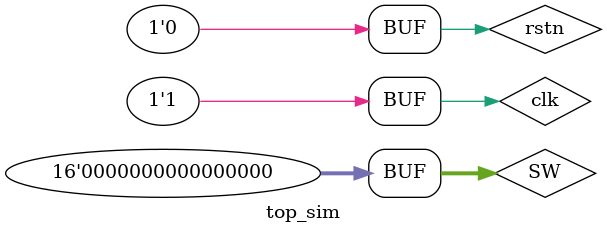
<source format=v>
`timescale 1ns / 1ps


module top_sim;

	// Inputs
	reg clk;
	reg rstn;
	reg [15:0] SW;

	// Outputs
	wire hs;
	wire vs;
	wire [3:0] r;
	wire [3:0] g;
	wire [3:0] b;
	wire SEGLED_CLK;
	wire SEGLED_CLR;
	wire SEGLED_DO;
	wire SEGLED_PEN;
	wire LED_CLK;
	wire LED_CLR;
	wire LED_DO;
	wire LED_PEN;
	wire buzzer;

	// Bidirs
	wire [4:0] BTN_X;
	wire [3:0] BTN_Y;

	// Instantiate the Unit Under Test (UUT)
	Top uut (
		.clk(clk), 
		.rstn(rstn), 
		.SW(SW), 
		.hs(hs), 
		.vs(vs), 
		.r(r), 
		.g(g), 
		.b(b), 
		.SEGLED_CLK(SEGLED_CLK), 
		.SEGLED_CLR(SEGLED_CLR), 
		.SEGLED_DO(SEGLED_DO), 
		.SEGLED_PEN(SEGLED_PEN), 
		.LED_CLK(LED_CLK), 
		.LED_CLR(LED_CLR), 
		.LED_DO(LED_DO), 
		.LED_PEN(LED_PEN), 
		.BTN_X(BTN_X), 
		.BTN_Y(BTN_Y), 
		.buzzer(buzzer)
	);

	initial begin
		// Initialize Inputs
		clk = 0;
		rstn = 0;
		SW = 0;

		// Wait 100 ns for global reset to finish
		#100;
        
		// Add stimulus here

	end
	
	always begin
		clk = 0; #1;
		clk = 1; #1;
	end
      
endmodule


</source>
